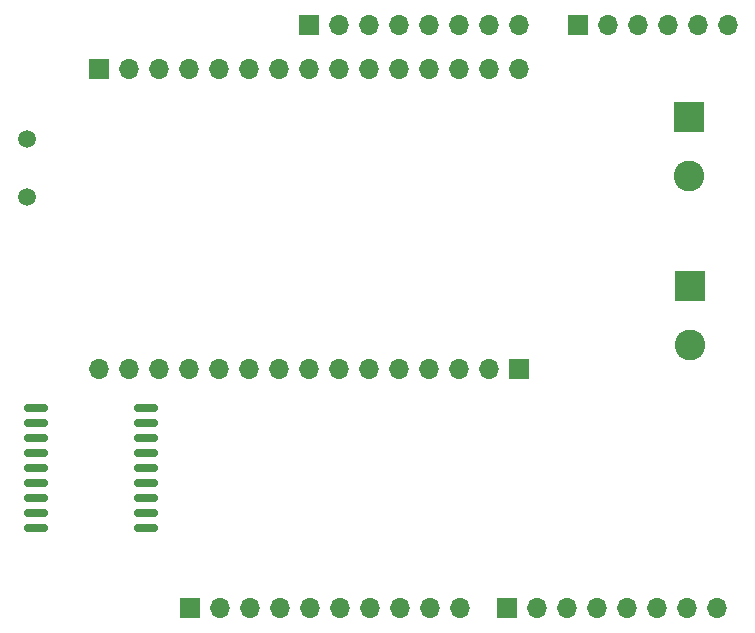
<source format=gbr>
%TF.GenerationSoftware,KiCad,Pcbnew,8.0.2-1*%
%TF.CreationDate,2024-05-16T23:31:02-04:00*%
%TF.ProjectId,ORA_Arduino_ESP_CAN_Shield_Rev_1,4f52415f-4172-4647-9569-6e6f5f455350,rev?*%
%TF.SameCoordinates,Original*%
%TF.FileFunction,Soldermask,Bot*%
%TF.FilePolarity,Negative*%
%FSLAX46Y46*%
G04 Gerber Fmt 4.6, Leading zero omitted, Abs format (unit mm)*
G04 Created by KiCad (PCBNEW 8.0.2-1) date 2024-05-16 23:31:02*
%MOMM*%
%LPD*%
G01*
G04 APERTURE LIST*
G04 Aperture macros list*
%AMRoundRect*
0 Rectangle with rounded corners*
0 $1 Rounding radius*
0 $2 $3 $4 $5 $6 $7 $8 $9 X,Y pos of 4 corners*
0 Add a 4 corners polygon primitive as box body*
4,1,4,$2,$3,$4,$5,$6,$7,$8,$9,$2,$3,0*
0 Add four circle primitives for the rounded corners*
1,1,$1+$1,$2,$3*
1,1,$1+$1,$4,$5*
1,1,$1+$1,$6,$7*
1,1,$1+$1,$8,$9*
0 Add four rect primitives between the rounded corners*
20,1,$1+$1,$2,$3,$4,$5,0*
20,1,$1+$1,$4,$5,$6,$7,0*
20,1,$1+$1,$6,$7,$8,$9,0*
20,1,$1+$1,$8,$9,$2,$3,0*%
G04 Aperture macros list end*
%ADD10R,1.700000X1.700000*%
%ADD11O,1.700000X1.700000*%
%ADD12RoundRect,0.150000X0.875000X0.150000X-0.875000X0.150000X-0.875000X-0.150000X0.875000X-0.150000X0*%
%ADD13R,2.600000X2.600000*%
%ADD14C,2.600000*%
%ADD15C,1.500000*%
G04 APERTURE END LIST*
D10*
%TO.C,Digital_1*%
X41695000Y-74670000D03*
D11*
X44235000Y-74670000D03*
X46775000Y-74670000D03*
X49315000Y-74670000D03*
X51855000Y-74670000D03*
X54395000Y-74670000D03*
X56935000Y-74670000D03*
X59475000Y-74670000D03*
X62015000Y-74670000D03*
X64555000Y-74670000D03*
%TD*%
D10*
%TO.C,Power_1*%
X51715000Y-25320000D03*
D11*
X54255000Y-25320000D03*
X56795000Y-25320000D03*
X59335000Y-25320000D03*
X61875000Y-25320000D03*
X64415000Y-25320000D03*
X66955000Y-25320000D03*
X69495000Y-25320000D03*
%TD*%
D10*
%TO.C,Analog_1*%
X74495000Y-25300000D03*
D11*
X77035000Y-25300000D03*
X79575000Y-25300000D03*
X82115000Y-25300000D03*
X84655000Y-25300000D03*
X87195000Y-25300000D03*
%TD*%
D10*
%TO.C,Digital_2*%
X68545000Y-74690000D03*
D11*
X71085000Y-74690000D03*
X73625000Y-74690000D03*
X76165000Y-74690000D03*
X78705000Y-74690000D03*
X81245000Y-74690000D03*
X83785000Y-74690000D03*
X86325000Y-74690000D03*
%TD*%
D12*
%TO.C,U2*%
X37975000Y-57730000D03*
X37975000Y-59000000D03*
X37975000Y-60270000D03*
X37975000Y-61540000D03*
X37975000Y-62810000D03*
X37975000Y-64080000D03*
X37975000Y-65350000D03*
X37975000Y-66620000D03*
X37975000Y-67890000D03*
X28675000Y-67890000D03*
X28675000Y-66620000D03*
X28675000Y-65350000D03*
X28675000Y-64080000D03*
X28675000Y-62810000D03*
X28675000Y-61540000D03*
X28675000Y-60270000D03*
X28675000Y-59000000D03*
X28675000Y-57730000D03*
%TD*%
D10*
%TO.C,EN_1*%
X69530000Y-54460000D03*
D11*
X66990000Y-54460000D03*
X64450000Y-54460000D03*
X61910000Y-54460000D03*
X59370000Y-54460000D03*
X56830000Y-54460000D03*
X54290000Y-54460000D03*
X51750000Y-54460000D03*
X49210000Y-54460000D03*
X46670000Y-54460000D03*
X44130000Y-54460000D03*
X41590000Y-54460000D03*
X39050000Y-54460000D03*
X36510000Y-54460000D03*
X33970000Y-54460000D03*
%TD*%
D13*
%TO.C,J1*%
X83990000Y-47420000D03*
D14*
X83990000Y-52420000D03*
%TD*%
D13*
%TO.C,J2*%
X83940000Y-33110000D03*
D14*
X83940000Y-38110000D03*
%TD*%
D10*
%TO.C,BOOT_1*%
X33970000Y-29060000D03*
D11*
X36510000Y-29060000D03*
X39050000Y-29060000D03*
X41590000Y-29060000D03*
X44130000Y-29060000D03*
X46670000Y-29060000D03*
X49210000Y-29060000D03*
X51750000Y-29060000D03*
X54290000Y-29060000D03*
X56830000Y-29060000D03*
X59370000Y-29060000D03*
X61910000Y-29060000D03*
X64450000Y-29060000D03*
X66990000Y-29060000D03*
X69530000Y-29060000D03*
%TD*%
D15*
%TO.C,Y1*%
X27865000Y-39870000D03*
X27865000Y-34990000D03*
%TD*%
M02*

</source>
